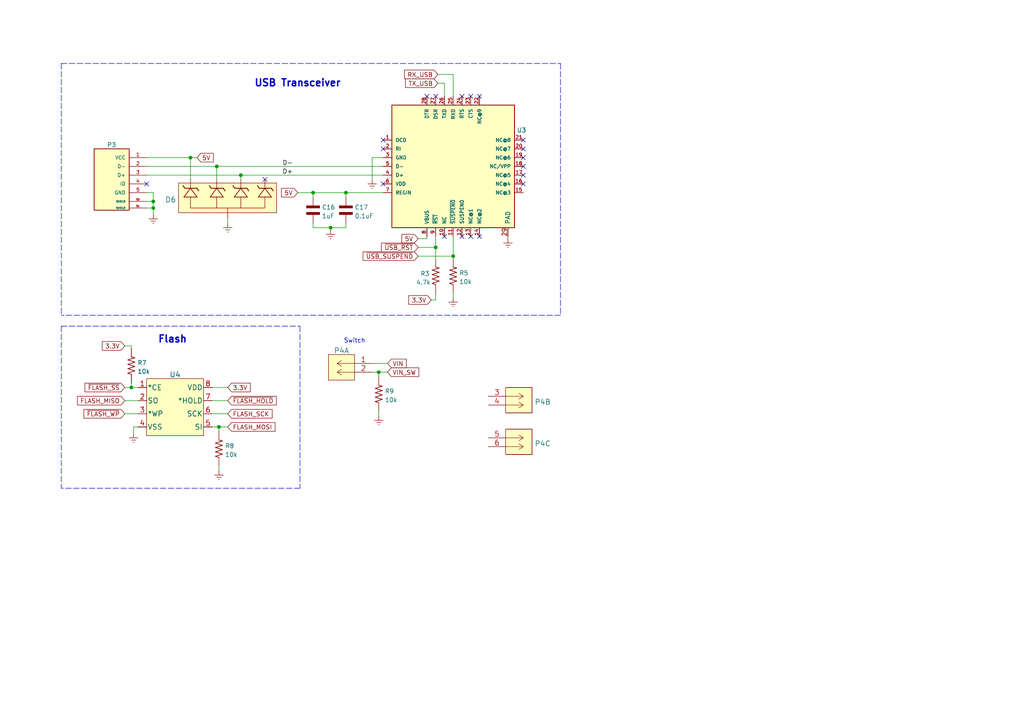
<source format=kicad_sch>
(kicad_sch (version 20211123) (generator eeschema)
  (paper "A4")
  (lib_symbols
    (symbol "Flight-Computer:282837-6" (pin_names (offset 0.254) hide)
      (property "Reference" "P" (at 8.89 6.35 0))
      (symbol "282837-6_0_1"
        (rectangle (start 5.08 2.54) (end 12.7 -4.826) (stroke (width 0.1524)) (fill (type background)))
      )
      (symbol "282837-6_1_1"
        (polyline (pts (xy 10.16 -2.54) (xy 5.08 -2.54)) (stroke (width 0.127)))
        (polyline (pts (xy 10.16 -2.54) (xy 8.89 -3.3782)) (stroke (width 0.127)))
        (polyline (pts (xy 10.16 -2.54) (xy 8.89 -1.7018)) (stroke (width 0.127)))
        (polyline (pts (xy 10.16 0) (xy 5.08 0)) (stroke (width 0.127)))
        (polyline (pts (xy 10.16 0) (xy 8.89 -0.8382)) (stroke (width 0.127)))
        (polyline (pts (xy 10.16 0) (xy 8.89 0.8382)) (stroke (width 0.127)))
        (pin passive line (at 0 0 0) (length 5.08) (name "5") (number "1"))
        (pin passive line (at 0 -2.54 0) (length 5.08) (name "6") (number "2"))
      )
      (symbol "282837-6_2_1"
        (polyline (pts (xy 5.08 2.54) (xy 5.08 -4.826)) (stroke (width 0.127)))
        (polyline (pts (xy 10.16 -2.54) (xy 5.08 -2.54)) (stroke (width 0.127)))
        (polyline (pts (xy 10.16 -2.54) (xy 8.89 -3.3782)) (stroke (width 0.127)))
        (polyline (pts (xy 10.16 -2.54) (xy 8.89 -1.7018)) (stroke (width 0.127)))
        (polyline (pts (xy 10.16 0) (xy 5.08 0)) (stroke (width 0.127)))
        (polyline (pts (xy 10.16 0) (xy 8.89 -0.8382)) (stroke (width 0.127)))
        (polyline (pts (xy 10.16 0) (xy 8.89 0.8382)) (stroke (width 0.127)))
        (polyline (pts (xy 12.7 -4.826) (xy 12.7 2.54)) (stroke (width 0.127)))
        (polyline (pts (xy 12.7 2.54) (xy 5.08 2.54)) (stroke (width 0.127)))
        (polyline (pts (xy 5.08 -4.826) (xy 8.382 -4.826) (xy 12.7 -4.826)) (stroke (width 0.127)))
        (pin passive line (at 0 0 0) (length 5.08) (name "5") (number "3"))
        (pin passive line (at 0 -2.54 0) (length 5.08) (name "6") (number "4"))
      )
      (symbol "282837-6_3_1"
        (polyline (pts (xy 5.08 2.54) (xy 5.08 -4.826)) (stroke (width 0.127)))
        (polyline (pts (xy 10.16 -2.54) (xy 5.08 -2.54)) (stroke (width 0.127)))
        (polyline (pts (xy 10.16 -2.54) (xy 8.89 -3.3782)) (stroke (width 0.127)))
        (polyline (pts (xy 10.16 -2.54) (xy 8.89 -1.7018)) (stroke (width 0.127)))
        (polyline (pts (xy 10.16 0) (xy 5.08 0)) (stroke (width 0.127)))
        (polyline (pts (xy 10.16 0) (xy 8.89 -0.8382)) (stroke (width 0.127)))
        (polyline (pts (xy 10.16 0) (xy 8.89 0.8382)) (stroke (width 0.127)))
        (polyline (pts (xy 12.7 -4.826) (xy 12.7 2.54)) (stroke (width 0.127)))
        (polyline (pts (xy 12.7 2.54) (xy 5.08 2.54)) (stroke (width 0.127)))
        (polyline (pts (xy 5.08 -4.826) (xy 8.382 -4.826) (xy 12.7 -4.826)) (stroke (width 0.127)))
        (pin passive line (at 0 0 0) (length 5.08) (name "5") (number "5"))
        (pin passive line (at 0 -2.54 0) (length 5.08) (name "6") (number "6"))
      )
    )
    (symbol "Flight-Computer:CAP_0603" (pin_numbers hide) (pin_names (offset 1.016) hide)
      (property "Reference" "C" (at -1.27 3.81 0))
      (property "Value" "CAP_0603" (at -3.81 -3.81 0))
      (symbol "CAP_0603_0_0"
        (rectangle (start -1.27 -1.905) (end -0.635 1.905) (fill (type outline)))
        (rectangle (start 0.635 -1.905) (end 1.27 1.905) (fill (type outline)))
        (pin passive line (at 3.81 0 180) (length 2.54) (name "~") (number "1"))
        (pin passive line (at -3.81 0 0) (length 2.54) (name "~") (number "2"))
      )
    )
    (symbol "Flight-Computer:CP2102-GMR(QFN28)" (pin_names (offset 1.016))
      (property "Reference" "U" (at -15.24 19.05 0))
      (symbol "CP2102-GMR(QFN28)_0_0"
        (rectangle (start -17.78 17.78) (end 17.78 -17.78) (stroke (width 0.254)) (fill (type background)))
        (pin bidirectional line (at -20.32 7.62 0) (length 2.54) (name "DCD") (number "1"))
        (pin bidirectional line (at -2.54 -20.32 90) (length 2.54) (name "NC") (number "10"))
        (pin bidirectional line (at 0 -20.32 90) (length 2.54) (name "~{SUSPEND}") (number "11"))
        (pin bidirectional line (at 2.54 -20.32 90) (length 2.54) (name "SUSPEND") (number "12"))
        (pin bidirectional line (at 5.08 -20.32 90) (length 2.54) (name "NC@1") (number "13"))
        (pin bidirectional line (at 7.62 -20.32 90) (length 2.54) (name "NC@2") (number "14"))
        (pin bidirectional line (at 20.32 -7.62 180) (length 2.54) (name "NC@3") (number "15"))
        (pin bidirectional line (at 20.32 -5.08 180) (length 2.54) (name "NC@4") (number "16"))
        (pin bidirectional line (at 20.32 -2.54 180) (length 2.54) (name "NC@5") (number "17"))
        (pin bidirectional line (at 20.32 0 180) (length 2.54) (name "NC/VPP") (number "18"))
        (pin bidirectional line (at 20.32 2.54 180) (length 2.54) (name "NC@6") (number "19"))
        (pin bidirectional line (at -20.32 5.08 0) (length 2.54) (name "RI") (number "2"))
        (pin bidirectional line (at 20.32 5.08 180) (length 2.54) (name "NC@7") (number "20"))
        (pin bidirectional line (at 20.32 7.62 180) (length 2.54) (name "NC@8") (number "21"))
        (pin bidirectional line (at 7.62 20.32 270) (length 2.54) (name "NC@9") (number "22"))
        (pin bidirectional line (at 5.08 20.32 270) (length 2.54) (name "CTS") (number "23"))
        (pin bidirectional line (at 2.54 20.32 270) (length 2.54) (name "RTS") (number "24"))
        (pin bidirectional line (at 0 20.32 270) (length 2.54) (name "RXD") (number "25"))
        (pin bidirectional line (at -2.54 20.32 270) (length 2.54) (name "TXD") (number "26"))
        (pin bidirectional line (at -5.08 20.32 270) (length 2.54) (name "DSR") (number "27"))
        (pin bidirectional line (at -7.62 20.32 270) (length 2.54) (name "DTR") (number "28"))
        (pin power_in line (at -20.32 2.54 0) (length 2.54) (name "GND") (number "3"))
        (pin bidirectional line (at -20.32 -2.54 0) (length 2.54) (name "D+") (number "4"))
        (pin bidirectional line (at -20.32 0 0) (length 2.54) (name "D-") (number "5"))
        (pin bidirectional line (at -20.32 -5.08 0) (length 2.54) (name "VDD") (number "6"))
        (pin power_in line (at -20.32 -7.62 0) (length 2.54) (name "REGIN") (number "7"))
        (pin power_in line (at -7.62 -20.32 90) (length 2.54) (name "VBUS") (number "8"))
        (pin bidirectional line (at -5.08 -20.32 90) (length 2.54) (name "~{RST}") (number "9"))
      )
      (symbol "CP2102-GMR(QFN28)_1_1"
        (pin passive line (at 15.875 -20.32 90) (length 2.54) (name "PAD") (number "29"))
      )
    )
    (symbol "Flight-Computer:Earth" (power) (pin_names (offset 0))
      (symbol "Earth_0_1"
        (polyline (pts (xy -0.635 -1.905) (xy 0.635 -1.905)))
        (polyline (pts (xy -0.127 -2.54) (xy 0.127 -2.54)))
        (polyline (pts (xy 0 -1.27) (xy 0 0)))
        (polyline (pts (xy 1.27 -1.27) (xy -1.27 -1.27)))
      )
      (symbol "Earth_1_1"
        (pin power_in line (at 0 0 270) (length 0) hide (name "Earth") (number "1"))
      )
    )
    (symbol "Flight-Computer:RES_0603" (pin_numbers hide) (pin_names (offset 1.016) hide)
      (property "Reference" "R" (at -1.27 1.27 0))
      (property "Value" "RES_0603" (at -3.81 -2.54 0))
      (symbol "RES_0603_0_0"
        (polyline (pts (xy -2.54 0) (xy -2.159 1.016)) (stroke (width 0.2032)))
        (polyline (pts (xy -2.159 1.016) (xy -1.524 -1.016)) (stroke (width 0.2032)))
        (polyline (pts (xy -1.524 -1.016) (xy -0.889 1.016)) (stroke (width 0.2032)))
        (polyline (pts (xy -0.889 1.016) (xy -0.254 -1.016)) (stroke (width 0.2032)))
        (polyline (pts (xy -0.254 -1.016) (xy 0.381 1.016)) (stroke (width 0.2032)))
        (polyline (pts (xy 0.381 1.016) (xy 1.016 -1.016)) (stroke (width 0.2032)))
        (polyline (pts (xy 1.016 -1.016) (xy 1.651 1.016)) (stroke (width 0.2032)))
        (polyline (pts (xy 1.651 1.016) (xy 2.286 -1.016)) (stroke (width 0.2032)))
        (polyline (pts (xy 2.286 -1.016) (xy 2.54 0)) (stroke (width 0.2032)))
        (pin passive line (at -5.08 0 0) (length 2.54) (name "~") (number "1"))
        (pin passive line (at 5.08 0 180) (length 2.54) (name "~") (number "2"))
      )
    )
    (symbol "Flight-Computer:SP0504BAHTG" (pin_numbers hide) (pin_names hide)
      (property "Reference" "D" (at -15.748 1.905 0))
      (symbol "SP0504BAHTG_0_1"
        (rectangle (start -14.224 4.699) (end 14.224 -3.937) (stroke (width 0.1524)) (fill (type background)))
        (polyline (pts (xy -8.89 3.175) (xy -8.382 2.413)) (stroke (width 0.254)))
        (polyline (pts (xy -3.175 0.635) (xy -3.175 -2.54)) (stroke (width 0.1524)))
        (polyline (pts (xy 3.81 0.635) (xy 3.81 -2.54)) (stroke (width 0.1524)))
        (polyline (pts (xy -8.89 3.175) (xy -12.446 3.175) (xy -12.954 3.937)) (stroke (width 0.254)))
        (polyline (pts (xy 10.795 0.635) (xy 10.795 -2.54) (xy 0 -2.54)) (stroke (width 0.1524)))
        (polyline (pts (xy 0 -3.175) (xy 0 -2.54) (xy -10.795 -2.54) (xy -10.795 0.635)) (stroke (width 0.1524)))
      )
      (symbol "SP0504BAHTG_1_1"
        (polyline (pts (xy -12.7 0.635) (xy -8.89 0.635)) (stroke (width 0.2032)))
        (polyline (pts (xy -10.795 3.175) (xy -12.7 0.635)) (stroke (width 0.2032)))
        (polyline (pts (xy -8.89 0.635) (xy -10.795 3.175)) (stroke (width 0.2032)))
        (polyline (pts (xy -5.08 0.635) (xy -1.27 0.635)) (stroke (width 0.2032)))
        (polyline (pts (xy -3.175 3.175) (xy -5.08 0.635)) (stroke (width 0.2032)))
        (polyline (pts (xy -1.27 0.635) (xy -3.175 3.175)) (stroke (width 0.2032)))
        (polyline (pts (xy -1.27 3.175) (xy -0.762 2.413)) (stroke (width 0.254)))
        (polyline (pts (xy 1.905 0.635) (xy 5.715 0.635)) (stroke (width 0.2032)))
        (polyline (pts (xy 3.81 3.175) (xy 1.905 0.635)) (stroke (width 0.2032)))
        (polyline (pts (xy 5.588 3.175) (xy 6.096 2.413)) (stroke (width 0.254)))
        (polyline (pts (xy 5.715 0.635) (xy 3.81 3.175)) (stroke (width 0.2032)))
        (polyline (pts (xy 8.89 0.635) (xy 12.7 0.635)) (stroke (width 0.2032)))
        (polyline (pts (xy 10.795 3.175) (xy 8.89 0.635)) (stroke (width 0.2032)))
        (polyline (pts (xy 12.7 0.635) (xy 10.795 3.175)) (stroke (width 0.2032)))
        (polyline (pts (xy 12.7 3.175) (xy 13.208 2.413)) (stroke (width 0.254)))
        (polyline (pts (xy -1.27 3.175) (xy -4.826 3.175) (xy -5.334 3.937)) (stroke (width 0.254)))
        (polyline (pts (xy 5.588 3.175) (xy 2.032 3.175) (xy 1.524 3.937)) (stroke (width 0.254)))
        (polyline (pts (xy 12.7 3.175) (xy 9.144 3.175) (xy 8.636 3.937)) (stroke (width 0.254)))
        (pin passive line (at -10.795 5.715 270) (length 2.54) (name "~") (number "1"))
        (pin passive line (at 0 -5.715 90) (length 2.54) (name "~") (number "2"))
        (pin passive line (at -3.175 5.715 270) (length 2.54) (name "~") (number "3"))
        (pin passive line (at 3.81 5.715 270) (length 2.54) (name "~") (number "4"))
        (pin passive line (at 10.795 5.715 270) (length 2.54) (name "~") (number "5"))
      )
    )
    (symbol "Flight-Computer:SST25VF040B-50-4I-S2AE-T" (pin_names (offset 0.254))
      (property "Reference" "U" (at -2.54 6.35 0))
      (symbol "SST25VF040B-50-4I-S2AE-T_1_1"
        (rectangle (start -8.89 5.08) (end 7.62 -11.43) (stroke (width 0.1524)) (fill (type background)))
        (pin input line (at -11.43 2.54 0) (length 2.54) (name "*CE") (number "1"))
        (pin output line (at -11.43 -1.27 0) (length 2.54) (name "SO") (number "2"))
        (pin input line (at -11.43 -5.08 0) (length 2.54) (name "*WP") (number "3"))
        (pin power_in line (at -11.43 -8.89 0) (length 2.54) (name "VSS") (number "4"))
        (pin input line (at 10.16 -8.89 180) (length 2.54) (name "SI") (number "5"))
        (pin input line (at 10.16 -5.08 180) (length 2.54) (name "SCK") (number "6"))
        (pin input line (at 10.16 -1.27 180) (length 2.54) (name "*HOLD") (number "7"))
        (pin power_in line (at 10.16 2.54 180) (length 2.54) (name "VDD") (number "8"))
      )
    )
    (symbol "Flight-Computer:USB" (pin_names (offset 1.016))
      (property "Reference" "P" (at -5.08 10.922 0))
      (symbol "USB_0_0"
        (rectangle (start -5.08 -7.62) (end 5.08 10.16) (stroke (width 0.254)) (fill (type background)))
        (pin power_out line (at -10.16 7.62 0) (length 5.08) (name "VCC") (number "1"))
        (pin bidirectional line (at -10.16 5.08 0) (length 5.08) (name "D-") (number "2"))
        (pin bidirectional line (at -10.16 2.54 0) (length 5.08) (name "D+") (number "3"))
        (pin power_out line (at -10.16 0 0) (length 5.08) (name "ID") (number "4"))
        (pin power_out line (at -10.16 -2.54 0) (length 5.08) (name "GND") (number "5"))
        (pin passive line (at -10.16 -6.985 0) (length 5.08) (name "SHIELD") (number "S1"))
        (pin passive line (at -10.16 -5.08 0) (length 5.08) (name "SHIELD") (number "S2"))
      )
    )
  )
  (junction (at 95.885 66.04))
  (junction (at 44.45 60.325))
  (junction (at 38.1 112.395))
  (junction (at 55.245 45.72))
  (junction (at 90.805 55.88))
  (junction (at 100.33 55.88))
  (junction (at 44.45 58.42))
  (junction (at 62.865 48.26))
  (junction (at 126.365 71.755))
  (junction (at 69.85 50.8))
  (junction (at 109.855 107.95))
  (junction (at 63.5 123.825))
  (junction (at 131.445 74.295))
  (no_connect (at 76.835 52.07))
  (no_connect (at 151.765 48.26))
  (no_connect (at 151.765 53.34))
  (no_connect (at 151.765 50.8))
  (no_connect (at 151.765 40.64))
  (no_connect (at 151.765 45.72))
  (no_connect (at 151.765 43.18))
  (no_connect (at 136.525 68.58))
  (no_connect (at 133.985 68.58))
  (no_connect (at 139.065 68.58))
  (no_connect (at 123.825 27.94))
  (no_connect (at 126.365 27.94))
  (no_connect (at 111.125 43.18))
  (no_connect (at 111.125 40.64))
  (no_connect (at 136.525 27.94))
  (no_connect (at 133.985 27.94))
  (no_connect (at 139.065 27.94))
  (no_connect (at 42.545 53.34))
  (no_connect (at 128.905 68.58))
  (no_connect (at 111.125 53.34))
  (wire (pts (xy 36.195 100.33) (xy 38.1 100.33)))
  (wire (pts (xy 95.885 66.04) (xy 95.885 66.675)))
  (wire (pts (xy 42.545 58.42) (xy 44.45 58.42)))
  (wire (pts (xy 147.32 68.58) (xy 147.32 69.215)))
  (wire (pts (xy 131.445 74.93) (xy 131.445 74.295)))
  (wire (pts (xy 100.33 64.77) (xy 100.33 66.04)))
  (polyline (pts (xy 162.56 91.44) (xy 17.78 91.44)))
  (wire (pts (xy 36.195 116.205) (xy 40.005 116.205)))
  (wire (pts (xy 66.04 63.5) (xy 66.04 64.77)))
  (wire (pts (xy 44.45 60.325) (xy 44.45 62.23)))
  (wire (pts (xy 107.95 107.95) (xy 109.855 107.95)))
  (wire (pts (xy 111.125 45.72) (xy 107.95 45.72)))
  (wire (pts (xy 69.85 50.8) (xy 111.125 50.8)))
  (wire (pts (xy 126.365 85.09) (xy 126.365 86.995)))
  (wire (pts (xy 62.865 48.26) (xy 111.125 48.26)))
  (wire (pts (xy 38.1 100.33) (xy 38.1 100.965)))
  (wire (pts (xy 90.805 64.77) (xy 90.805 66.04)))
  (wire (pts (xy 63.5 123.825) (xy 66.04 123.825)))
  (wire (pts (xy 100.33 55.88) (xy 111.125 55.88)))
  (wire (pts (xy 38.1 112.395) (xy 40.005 112.395)))
  (wire (pts (xy 121.285 74.295) (xy 131.445 74.295)))
  (wire (pts (xy 128.905 24.13) (xy 128.905 27.94)))
  (polyline (pts (xy 17.78 94.615) (xy 17.78 141.605)))
  (wire (pts (xy 86.36 55.88) (xy 90.805 55.88)))
  (polyline (pts (xy 17.78 94.615) (xy 86.995 94.615)))
  (polyline (pts (xy 162.56 18.415) (xy 162.56 91.44)))
  (polyline (pts (xy 86.995 94.615) (xy 86.995 141.605)))
  (wire (pts (xy 55.245 45.72) (xy 55.245 52.07)))
  (wire (pts (xy 69.85 50.8) (xy 69.85 52.07)))
  (wire (pts (xy 42.545 55.88) (xy 44.45 55.88)))
  (wire (pts (xy 36.195 112.395) (xy 38.1 112.395)))
  (wire (pts (xy 42.545 48.26) (xy 62.865 48.26)))
  (wire (pts (xy 44.45 58.42) (xy 44.45 60.325)))
  (polyline (pts (xy 86.995 141.605) (xy 17.78 141.605)))
  (wire (pts (xy 127 24.13) (xy 128.905 24.13)))
  (wire (pts (xy 40.005 123.825) (xy 38.735 123.825)))
  (wire (pts (xy 109.855 107.95) (xy 112.395 107.95)))
  (wire (pts (xy 61.595 112.395) (xy 66.04 112.395)))
  (wire (pts (xy 121.285 71.755) (xy 126.365 71.755)))
  (wire (pts (xy 121.285 69.215) (xy 123.825 69.215)))
  (wire (pts (xy 126.365 71.755) (xy 126.365 68.58)))
  (wire (pts (xy 127 21.59) (xy 131.445 21.59)))
  (wire (pts (xy 100.33 55.88) (xy 100.33 57.15)))
  (wire (pts (xy 100.33 66.04) (xy 95.885 66.04)))
  (wire (pts (xy 55.245 45.72) (xy 57.15 45.72)))
  (wire (pts (xy 109.855 107.95) (xy 109.855 109.22)))
  (wire (pts (xy 107.95 45.72) (xy 107.95 52.07)))
  (wire (pts (xy 123.825 69.215) (xy 123.825 68.58)))
  (wire (pts (xy 44.45 55.88) (xy 44.45 58.42)))
  (wire (pts (xy 36.195 120.015) (xy 40.005 120.015)))
  (wire (pts (xy 42.545 45.72) (xy 55.245 45.72)))
  (wire (pts (xy 42.545 60.325) (xy 44.45 60.325)))
  (wire (pts (xy 109.855 119.38) (xy 109.855 120.65)))
  (polyline (pts (xy 17.78 18.415) (xy 17.78 91.44)))
  (wire (pts (xy 131.445 85.09) (xy 131.445 86.36)))
  (wire (pts (xy 63.5 135.255) (xy 63.5 136.525)))
  (wire (pts (xy 90.805 55.88) (xy 100.33 55.88)))
  (wire (pts (xy 131.445 68.58) (xy 131.445 74.295)))
  (wire (pts (xy 126.365 71.755) (xy 126.365 74.93)))
  (wire (pts (xy 63.5 123.825) (xy 63.5 125.095)))
  (wire (pts (xy 38.735 123.825) (xy 38.735 125.73)))
  (wire (pts (xy 90.805 55.88) (xy 90.805 57.15)))
  (wire (pts (xy 42.545 50.8) (xy 69.85 50.8)))
  (wire (pts (xy 38.1 111.125) (xy 38.1 112.395)))
  (wire (pts (xy 131.445 21.59) (xy 131.445 27.94)))
  (wire (pts (xy 90.805 66.04) (xy 95.885 66.04)))
  (wire (pts (xy 61.595 116.205) (xy 66.04 116.205)))
  (wire (pts (xy 107.95 105.41) (xy 112.395 105.41)))
  (wire (pts (xy 61.595 123.825) (xy 63.5 123.825)))
  (wire (pts (xy 126.365 86.995) (xy 125.095 86.995)))
  (wire (pts (xy 61.595 120.015) (xy 66.04 120.015)))
  (polyline (pts (xy 17.78 18.415) (xy 162.56 18.415)))
  (wire (pts (xy 62.865 48.26) (xy 62.865 52.07)))
  (text "Switch" (at 99.695 99.695 0) (effects (font (size 1.27 1.27)) (justify left bottom)))
  (text "Flash" (at 45.72 99.695 0) (effects (font (size 2.032 2.032) (thickness 0.4064) bold) (justify left bottom)))
  (text "USB Transceiver" (at 73.66 25.4 0) (effects (font (size 2.032 2.032) (thickness 0.4064) bold) (justify left bottom)))
  (label "D-" (at 81.915 48.26 0))
  (label "D+" (at 81.915 50.8 0))
  (global_label "FLASH_MISO" (shape input) (at 36.195 116.205 180) (property "Intersheet References" "${INTERSHEET_REFS}" (effects hide)))
  (global_label "~{FLASH_SS}" (shape input) (at 36.195 112.395 180) (property "Intersheet References" "${INTERSHEET_REFS}" (effects hide)))
  (global_label "RX_USB" (shape input) (at 127 21.59 180) (property "Intersheet References" "${INTERSHEET_REFS}" (effects hide)))
  (global_label "3.3V" (shape input) (at 66.04 112.395 0) (property "Intersheet References" "${INTERSHEET_REFS}" (effects hide)))
  (global_label "TX_USB" (shape input) (at 127 24.13 180) (property "Intersheet References" "${INTERSHEET_REFS}" (effects hide)))
  (global_label "~{USB_SUSPEND}" (shape input) (at 121.285 74.295 180) (property "Intersheet References" "${INTERSHEET_REFS}" (effects hide)))
  (global_label "~{FLASH_HOLD}" (shape input) (at 66.04 116.205 0) (property "Intersheet References" "${INTERSHEET_REFS}" (effects hide)))
  (global_label "FLASH_MOSI" (shape input) (at 66.04 123.825 0) (property "Intersheet References" "${INTERSHEET_REFS}" (effects hide)))
  (global_label "~{USB_RST}" (shape input) (at 121.285 71.755 180) (property "Intersheet References" "${INTERSHEET_REFS}" (effects hide)))
  (global_label "3.3V" (shape input) (at 36.195 100.33 180) (property "Intersheet References" "${INTERSHEET_REFS}" (effects hide)))
  (global_label "VIN_SW" (shape input) (at 112.395 107.95 0) (property "Intersheet References" "${INTERSHEET_REFS}" (effects hide)))
  (global_label "5V" (shape input) (at 121.285 69.215 180) (property "Intersheet References" "${INTERSHEET_REFS}" (effects hide)))
  (global_label "5V" (shape input) (at 57.15 45.72 0) (property "Intersheet References" "${INTERSHEET_REFS}" (effects hide)))
  (global_label "~{FLASH_WP}" (shape input) (at 36.195 120.015 180) (property "Intersheet References" "${INTERSHEET_REFS}" (effects hide)))
  (global_label "VIN" (shape input) (at 112.395 105.41 0) (property "Intersheet References" "${INTERSHEET_REFS}" (effects hide)))
  (global_label "3.3V" (shape input) (at 125.095 86.995 180) (property "Intersheet References" "${INTERSHEET_REFS}" (effects hide)))
  (global_label "FLASH_SCK" (shape input) (at 66.04 120.015 0) (property "Intersheet References" "${INTERSHEET_REFS}" (effects hide)))
  (global_label "5V" (shape input) (at 86.36 55.88 180) (property "Intersheet References" "${INTERSHEET_REFS}" (effects hide)))
  (symbol (lib_id "Flight-Computer:282837-6") (at 107.95 105.41 0) (mirror y) (unit 1)
    (property "Reference" "P4" (at 99.06 101.7031 0) (effects (font (size 1.524 1.524))))
    (property "Value" "282837-6" (effects hide))
    (property "Footprint" "66953-005LF_AMP" (effects hide))
  )
  (symbol (lib_id "Flight-Computer:CAP_0603") (at 100.33 60.96 90) (unit 1)
    (property "Reference" "C17" (at 102.87 60.1253 90) (effects (justify right)))
    (property "Value" "0.1uF" (at 102.87 62.6622 90) (effects (justify right)))
  )
  (symbol (lib_id "Flight-Computer:RES_0603") (at 131.445 80.01 90) (unit 1)
    (property "Reference" "R5" (at 133.1976 79.1753 90) (effects (justify right)))
    (property "Value" "10k" (at 133.1976 81.7122 90) (effects (justify right)))
  )
  (symbol (lib_id "Flight-Computer:CAP_0603") (at 90.805 60.96 90) (unit 1)
    (property "Reference" "C16" (at 93.345 60.1253 90) (effects (justify right)))
    (property "Value" "1uF" (at 93.345 62.6622 90) (effects (justify right)))
  )
  (symbol (lib_id "Flight-Computer:RES_0603") (at 63.5 130.175 90) (unit 1)
    (property "Reference" "R8" (at 65.2526 129.3403 90) (effects (justify right)))
    (property "Value" "10k" (at 65.2526 131.8772 90) (effects (justify right)))
  )
  (symbol (lib_id "Flight-Computer:Earth") (at 131.445 86.36 0) (unit 1)
    (property "Reference" "#PWR018" (effects hide))
    (property "Value" "Earth" (effects hide))
  )
  (symbol (lib_id "Flight-Computer:Earth") (at 44.45 62.23 0) (unit 1)
    (property "Reference" "#PWR05" (effects hide))
    (property "Value" "Earth" (effects hide))
  )
  (symbol (lib_id "Flight-Computer:282837-6") (at 141.605 114.935 0) (unit 2)
    (property "Reference" "P4" (at 155.0162 116.5985 0) (effects (font (size 1.524 1.524)) (justify left)))
    (property "Value" "282837-6" (effects hide))
    (property "Footprint" "66953-005LF_AMP" (effects hide))
  )
  (symbol (lib_id "Flight-Computer:RES_0603") (at 109.855 114.3 90) (unit 1)
    (property "Reference" "R9" (at 111.6076 113.4653 90) (effects (justify right)))
    (property "Value" "10k" (at 111.6076 116.0022 90) (effects (justify right)))
  )
  (symbol (lib_id "Flight-Computer:SST25VF040B-50-4I-S2AE-T") (at 51.435 114.935 0) (unit 1)
    (property "Reference" "U4" (at 50.8 108.6881 0) (effects (font (size 1.524 1.524))))
    (property "Value" "SST25VF040B-50-4I-S2AE-T" (effects hide))
    (property "Footprint" "SOIC8_S2A_SST_MCH" (effects hide))
  )
  (symbol (lib_id "Flight-Computer:Earth") (at 109.855 120.65 0) (unit 1)
    (property "Reference" "#PWR022" (effects hide))
    (property "Value" "Earth" (effects hide))
  )
  (symbol (lib_id "Flight-Computer:RES_0603") (at 126.365 80.01 90) (unit 1)
    (property "Reference" "R3" (at 121.92 79.375 90) (effects (justify right)))
    (property "Value" "4.7k" (at 120.65 81.915 90) (effects (justify right)))
  )
  (symbol (lib_id "Flight-Computer:CP2102-GMR(QFN28)") (at 131.445 48.26 0) (unit 1)
    (property "Reference" "U3" (at 151.2759 37.7498 0))
    (property "Value" "CP2102-GMR(QFN28)" (effects hide))
    (property "Footprint" "QFN28G_0.5-5X5MM" (effects hide))
    (property "MPN" "CP2102-GMR" (effects hide))
  )
  (symbol (lib_id "Flight-Computer:Earth") (at 95.885 66.675 0) (unit 1)
    (property "Reference" "#PWR07" (effects hide))
    (property "Value" "Earth" (effects hide))
  )
  (symbol (lib_id "Flight-Computer:Earth") (at 66.04 64.77 0) (unit 1)
    (property "Reference" "#PWR06" (effects hide))
    (property "Value" "Earth" (effects hide))
  )
  (symbol (lib_id "Flight-Computer:282837-6") (at 141.605 127 0) (unit 3)
    (property "Reference" "P4" (at 155.0162 128.6635 0) (effects (font (size 1.524 1.524)) (justify left)))
    (property "Value" "282837-6" (effects hide))
    (property "Footprint" "66953-005LF_AMP" (effects hide))
  )
  (symbol (lib_id "Flight-Computer:RES_0603") (at 38.1 106.045 90) (unit 1)
    (property "Reference" "R7" (at 39.8526 105.2103 90) (effects (justify right)))
    (property "Value" "10k" (at 39.8526 107.7472 90) (effects (justify right)))
  )
  (symbol (lib_id "Flight-Computer:USB") (at 32.385 53.34 0) (mirror y) (unit 1)
    (property "Reference" "P3" (at 32.385 42.0172 0))
    (property "Value" "USB" (effects hide))
    (property "Footprint" "BEL_SS-52300-001" (effects hide))
  )
  (symbol (lib_id "Flight-Computer:Earth") (at 107.95 52.07 0) (unit 1)
    (property "Reference" "#PWR013" (effects hide))
    (property "Value" "Earth" (effects hide))
  )
  (symbol (lib_id "Flight-Computer:Earth") (at 63.5 136.525 0) (unit 1)
    (property "Reference" "#PWR021" (effects hide))
    (property "Value" "Earth" (effects hide))
  )
  (symbol (lib_id "Flight-Computer:SP0504BAHTG") (at 66.04 57.785 0) (unit 1)
    (property "Reference" "D6" (at 51.1048 57.9245 0) (effects (font (size 1.524 1.524)) (justify right)))
    (property "Value" "SP0504BAHTG" (effects hide))
    (property "Footprint" "SOD-123FL_MCC" (effects hide))
  )
  (symbol (lib_id "Flight-Computer:Earth") (at 38.735 125.73 0) (unit 1)
    (property "Reference" "#PWR020" (effects hide))
    (property "Value" "Earth" (effects hide))
  )
  (symbol (lib_id "Flight-Computer:Earth") (at 147.32 69.215 0) (unit 1)
    (property "Reference" "#PWR019" (effects hide))
    (property "Value" "Earth" (effects hide))
  )
)
</source>
